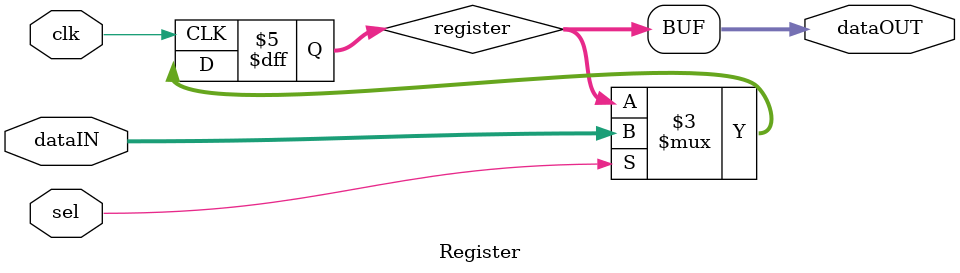
<source format=v>

module Register (input clk, input wire [7:0] dataIN, output wire [7:0] dataOUT, input wire sel);

	reg [7:0] register;
	assign dataOUT = register;
	
	always @(posedge(clk)) begin
		if(sel)
			register = dataIN;
	end

endmodule
</source>
